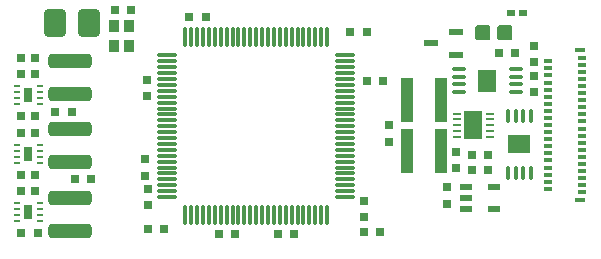
<source format=gtp>
G04 Layer_Color=8421504*
%FSLAX25Y25*%
%MOIN*%
G70*
G01*
G75*
%ADD14R,0.03347X0.03937*%
%ADD15R,0.03740X0.01575*%
%ADD16R,0.02559X0.01181*%
%ADD17R,0.03150X0.01181*%
%ADD18R,0.03000X0.03000*%
%ADD19R,0.03000X0.03000*%
G04:AMPARAMS|DCode=20|XSize=43.31mil|YSize=149.61mil|CornerRadius=10.83mil|HoleSize=0mil|Usage=FLASHONLY|Rotation=0.000|XOffset=0mil|YOffset=0mil|HoleType=Round|Shape=RoundedRectangle|*
%AMROUNDEDRECTD20*
21,1,0.04331,0.12795,0,0,0.0*
21,1,0.02165,0.14961,0,0,0.0*
1,1,0.02165,0.01083,-0.06398*
1,1,0.02165,-0.01083,-0.06398*
1,1,0.02165,-0.01083,0.06398*
1,1,0.02165,0.01083,0.06398*
%
%ADD20ROUNDEDRECTD20*%
G04:AMPARAMS|DCode=21|XSize=47.24mil|YSize=145.67mil|CornerRadius=11.81mil|HoleSize=0mil|Usage=FLASHONLY|Rotation=90.000|XOffset=0mil|YOffset=0mil|HoleType=Round|Shape=RoundedRectangle|*
%AMROUNDEDRECTD21*
21,1,0.04724,0.12205,0,0,90.0*
21,1,0.02362,0.14567,0,0,90.0*
1,1,0.02362,0.06102,0.01181*
1,1,0.02362,0.06102,-0.01181*
1,1,0.02362,-0.06102,-0.01181*
1,1,0.02362,-0.06102,0.01181*
%
%ADD21ROUNDEDRECTD21*%
G04:AMPARAMS|DCode=22|XSize=90.55mil|YSize=70.87mil|CornerRadius=8.86mil|HoleSize=0mil|Usage=FLASHONLY|Rotation=90.000|XOffset=0mil|YOffset=0mil|HoleType=Round|Shape=RoundedRectangle|*
%AMROUNDEDRECTD22*
21,1,0.09055,0.05315,0,0,90.0*
21,1,0.07284,0.07087,0,0,90.0*
1,1,0.01772,0.02658,0.03642*
1,1,0.01772,0.02658,-0.03642*
1,1,0.01772,-0.02658,-0.03642*
1,1,0.01772,-0.02658,0.03642*
%
%ADD22ROUNDEDRECTD22*%
G04:AMPARAMS|DCode=23|XSize=50mil|YSize=50mil|CornerRadius=6.25mil|HoleSize=0mil|Usage=FLASHONLY|Rotation=180.000|XOffset=0mil|YOffset=0mil|HoleType=Round|Shape=RoundedRectangle|*
%AMROUNDEDRECTD23*
21,1,0.05000,0.03750,0,0,180.0*
21,1,0.03750,0.05000,0,0,180.0*
1,1,0.01250,-0.01875,0.01875*
1,1,0.01250,0.01875,0.01875*
1,1,0.01250,0.01875,-0.01875*
1,1,0.01250,-0.01875,-0.01875*
%
%ADD23ROUNDEDRECTD23*%
%ADD24R,0.05118X0.02362*%
%ADD27R,0.04331X0.02362*%
%ADD28R,0.07441X0.06181*%
%ADD29O,0.01181X0.04724*%
%ADD30R,0.02756X0.00984*%
%ADD31R,0.06496X0.09370*%
%ADD32R,0.06181X0.07441*%
%ADD33O,0.04724X0.01181*%
%ADD34O,0.07087X0.01181*%
%ADD35O,0.01181X0.07087*%
%ADD36R,0.02500X0.02000*%
%ADD67R,0.01969X0.00984*%
%ADD68R,0.02756X0.05118*%
%ADD69R,0.00000X0.02756*%
D14*
X41357Y81147D02*
D03*
Y74454D02*
D03*
X36042D02*
D03*
Y81147D02*
D03*
D15*
X191420Y73100D02*
D03*
Y23100D02*
D03*
D16*
X180888Y69360D02*
D03*
Y66998D02*
D03*
Y64635D02*
D03*
Y62273D02*
D03*
Y59911D02*
D03*
Y57549D02*
D03*
Y55187D02*
D03*
Y52824D02*
D03*
Y50462D02*
D03*
Y48100D02*
D03*
Y45738D02*
D03*
Y43376D02*
D03*
Y41013D02*
D03*
Y38651D02*
D03*
Y36289D02*
D03*
Y33927D02*
D03*
Y31565D02*
D03*
Y29202D02*
D03*
Y26840D02*
D03*
D17*
X192207Y70541D02*
D03*
Y68179D02*
D03*
Y65816D02*
D03*
Y63454D02*
D03*
Y61092D02*
D03*
Y58730D02*
D03*
Y56368D02*
D03*
Y54005D02*
D03*
Y51643D02*
D03*
Y49281D02*
D03*
Y46919D02*
D03*
Y44557D02*
D03*
Y42195D02*
D03*
Y39832D02*
D03*
Y37470D02*
D03*
Y35108D02*
D03*
Y32746D02*
D03*
Y30384D02*
D03*
Y28021D02*
D03*
Y25659D02*
D03*
D18*
X147300Y21800D02*
D03*
Y27300D02*
D03*
X176100Y74600D02*
D03*
Y69100D02*
D03*
X127900Y42500D02*
D03*
Y48000D02*
D03*
X10000Y65100D02*
D03*
Y70600D02*
D03*
X119500Y17300D02*
D03*
Y22800D02*
D03*
X46500Y36700D02*
D03*
Y31200D02*
D03*
X47500Y21400D02*
D03*
Y26900D02*
D03*
X47100Y63200D02*
D03*
Y57700D02*
D03*
X5300Y65100D02*
D03*
Y70600D02*
D03*
X10000Y31500D02*
D03*
Y26000D02*
D03*
X150331Y33669D02*
D03*
Y39169D02*
D03*
X176193Y59016D02*
D03*
Y64516D02*
D03*
X5300Y31500D02*
D03*
Y26000D02*
D03*
Y45500D02*
D03*
Y51000D02*
D03*
X10000D02*
D03*
Y45500D02*
D03*
D19*
X41900Y86400D02*
D03*
X36400D02*
D03*
X125900Y62900D02*
D03*
X120400D02*
D03*
Y79000D02*
D03*
X114900D02*
D03*
X124900Y12400D02*
D03*
X119400D02*
D03*
X155393Y33216D02*
D03*
X160893D02*
D03*
X160932Y38168D02*
D03*
X155431D02*
D03*
X22100Y52500D02*
D03*
X16600D02*
D03*
X169900Y72200D02*
D03*
X164400D02*
D03*
X47500Y13600D02*
D03*
X53000D02*
D03*
X76600Y11700D02*
D03*
X71100D02*
D03*
X66800Y84000D02*
D03*
X61300D02*
D03*
X90800Y11800D02*
D03*
X96300D02*
D03*
X5300Y12000D02*
D03*
X10800D02*
D03*
X23100Y30000D02*
D03*
X28600D02*
D03*
D20*
X133791Y39400D02*
D03*
X145209D02*
D03*
X133791Y56600D02*
D03*
X145209D02*
D03*
D21*
X21600Y12888D02*
D03*
Y23912D02*
D03*
Y35888D02*
D03*
Y46912D02*
D03*
Y58488D02*
D03*
Y69512D02*
D03*
D22*
X28009Y82100D02*
D03*
X16591D02*
D03*
D23*
X166550Y78700D02*
D03*
X159050D02*
D03*
D24*
X150234Y71560D02*
D03*
Y79040D02*
D03*
X141966Y75300D02*
D03*
D27*
X153491Y27440D02*
D03*
Y23700D02*
D03*
Y19960D02*
D03*
X162940D02*
D03*
Y27440D02*
D03*
D28*
X171354Y41663D02*
D03*
D29*
X167516Y32116D02*
D03*
X170075D02*
D03*
X172634D02*
D03*
X175193D02*
D03*
X167516Y51210D02*
D03*
X170075D02*
D03*
X172634D02*
D03*
X175193D02*
D03*
D30*
X150390Y51937D02*
D03*
Y49968D02*
D03*
Y48000D02*
D03*
Y46031D02*
D03*
Y44063D02*
D03*
X161610Y51937D02*
D03*
Y49968D02*
D03*
Y48000D02*
D03*
Y46031D02*
D03*
Y44063D02*
D03*
D31*
X156000Y48000D02*
D03*
D32*
X160700Y62900D02*
D03*
D33*
X151153Y66739D02*
D03*
Y64179D02*
D03*
Y61620D02*
D03*
Y59061D02*
D03*
X170247Y66739D02*
D03*
Y64179D02*
D03*
Y61620D02*
D03*
Y59061D02*
D03*
D34*
X53876Y24078D02*
D03*
Y26046D02*
D03*
Y28015D02*
D03*
Y29983D02*
D03*
Y31952D02*
D03*
Y33920D02*
D03*
Y35889D02*
D03*
Y37857D02*
D03*
Y39826D02*
D03*
Y41794D02*
D03*
Y43763D02*
D03*
Y45731D02*
D03*
Y47700D02*
D03*
Y49668D02*
D03*
Y51637D02*
D03*
Y53606D02*
D03*
Y55574D02*
D03*
Y57543D02*
D03*
Y59511D02*
D03*
Y61480D02*
D03*
Y63448D02*
D03*
Y65417D02*
D03*
Y67385D02*
D03*
Y69353D02*
D03*
Y71322D02*
D03*
X113324D02*
D03*
Y69353D02*
D03*
Y67385D02*
D03*
Y65417D02*
D03*
Y63448D02*
D03*
Y61480D02*
D03*
Y59511D02*
D03*
Y57543D02*
D03*
Y55574D02*
D03*
Y53606D02*
D03*
Y51637D02*
D03*
Y49668D02*
D03*
Y47700D02*
D03*
Y45731D02*
D03*
Y43763D02*
D03*
Y41794D02*
D03*
Y39826D02*
D03*
Y37857D02*
D03*
Y35889D02*
D03*
Y33920D02*
D03*
Y31952D02*
D03*
Y29983D02*
D03*
Y28015D02*
D03*
Y26046D02*
D03*
Y24078D02*
D03*
D35*
X59978Y77424D02*
D03*
X61946D02*
D03*
X63915D02*
D03*
X65883D02*
D03*
X67852D02*
D03*
X69820D02*
D03*
X71789D02*
D03*
X73757D02*
D03*
X75726D02*
D03*
X77694D02*
D03*
X79663D02*
D03*
X81631D02*
D03*
X83600D02*
D03*
X85568D02*
D03*
X87537D02*
D03*
X89505D02*
D03*
X91474D02*
D03*
X93442D02*
D03*
X95411D02*
D03*
X97379D02*
D03*
X99348D02*
D03*
X101316D02*
D03*
X103285D02*
D03*
X105254D02*
D03*
X107222D02*
D03*
Y17976D02*
D03*
X105254D02*
D03*
X103285D02*
D03*
X101316D02*
D03*
X99348D02*
D03*
X97379D02*
D03*
X95411D02*
D03*
X93442D02*
D03*
X91474D02*
D03*
X89505D02*
D03*
X87537D02*
D03*
X85568D02*
D03*
X83600D02*
D03*
X81631D02*
D03*
X79663D02*
D03*
X77694D02*
D03*
X75726D02*
D03*
X73757D02*
D03*
X71789D02*
D03*
X69820D02*
D03*
X67852D02*
D03*
X65883D02*
D03*
X63915D02*
D03*
X61946D02*
D03*
X59978D02*
D03*
D36*
X168500Y85300D02*
D03*
X172500D02*
D03*
D67*
X11440Y57116D02*
D03*
Y55147D02*
D03*
Y59084D02*
D03*
Y61053D02*
D03*
X3960D02*
D03*
Y59084D02*
D03*
Y57116D02*
D03*
Y55147D02*
D03*
Y16047D02*
D03*
Y18016D02*
D03*
Y19984D02*
D03*
Y21953D02*
D03*
X11440D02*
D03*
Y19984D02*
D03*
Y16047D02*
D03*
Y18016D02*
D03*
X3960Y35547D02*
D03*
Y37516D02*
D03*
Y39484D02*
D03*
Y41453D02*
D03*
X11440D02*
D03*
Y39484D02*
D03*
Y35547D02*
D03*
Y37516D02*
D03*
D68*
X7701Y58100D02*
D03*
X7701Y19000D02*
D03*
X7700Y38500D02*
D03*
D69*
X7700Y58100D02*
D03*
Y19000D02*
D03*
Y38500D02*
D03*
M02*

</source>
